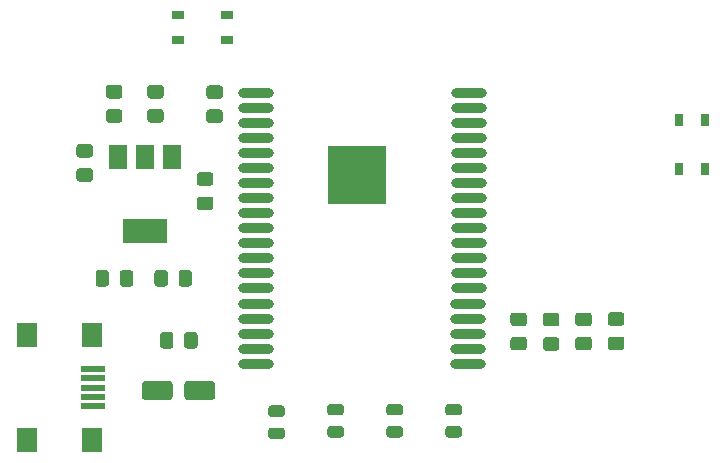
<source format=gbr>
%TF.GenerationSoftware,KiCad,Pcbnew,(5.1.6)-1*%
%TF.CreationDate,2020-10-27T09:44:08+01:00*%
%TF.ProjectId,Beacon_Listener,42656163-6f6e-45f4-9c69-7374656e6572,rev?*%
%TF.SameCoordinates,Original*%
%TF.FileFunction,Paste,Top*%
%TF.FilePolarity,Positive*%
%FSLAX46Y46*%
G04 Gerber Fmt 4.6, Leading zero omitted, Abs format (unit mm)*
G04 Created by KiCad (PCBNEW (5.1.6)-1) date 2020-10-27 09:44:08*
%MOMM*%
%LPD*%
G01*
G04 APERTURE LIST*
%ADD10R,1.700000X2.000000*%
%ADD11R,2.000000X0.500000*%
%ADD12R,1.050000X0.650000*%
%ADD13R,0.650000X1.050000*%
%ADD14R,5.000000X5.000000*%
%ADD15O,3.000000X0.900000*%
%ADD16R,1.500000X2.000000*%
%ADD17R,3.800000X2.000000*%
G04 APERTURE END LIST*
D10*
%TO.C,J4*%
X88650000Y-105950000D03*
X94100000Y-105950000D03*
X88650000Y-97050000D03*
X94100000Y-97050000D03*
D11*
X94200000Y-103100000D03*
X94200000Y-102300000D03*
X94200000Y-101500000D03*
X94200000Y-100700000D03*
X94200000Y-99900000D03*
%TD*%
D12*
%TO.C,RESET*%
X105575000Y-72075000D03*
X101425000Y-72075000D03*
X105575000Y-69925000D03*
X101425000Y-69925000D03*
%TD*%
D13*
%TO.C,CONFIG*%
X146000000Y-78850000D03*
X146000000Y-83000000D03*
X143850000Y-78850000D03*
X143850000Y-83000000D03*
%TD*%
%TO.C,C7*%
G36*
G01*
X101450000Y-92700001D02*
X101450000Y-91799999D01*
G75*
G02*
X101699999Y-91550000I249999J0D01*
G01*
X102350001Y-91550000D01*
G75*
G02*
X102600000Y-91799999I0J-249999D01*
G01*
X102600000Y-92700001D01*
G75*
G02*
X102350001Y-92950000I-249999J0D01*
G01*
X101699999Y-92950000D01*
G75*
G02*
X101450000Y-92700001I0J249999D01*
G01*
G37*
G36*
G01*
X99400000Y-92700001D02*
X99400000Y-91799999D01*
G75*
G02*
X99649999Y-91550000I249999J0D01*
G01*
X100300001Y-91550000D01*
G75*
G02*
X100550000Y-91799999I0J-249999D01*
G01*
X100550000Y-92700001D01*
G75*
G02*
X100300001Y-92950000I-249999J0D01*
G01*
X99649999Y-92950000D01*
G75*
G02*
X99400000Y-92700001I0J249999D01*
G01*
G37*
%TD*%
%TO.C,C3*%
G36*
G01*
X93049999Y-82925000D02*
X93950001Y-82925000D01*
G75*
G02*
X94200000Y-83174999I0J-249999D01*
G01*
X94200000Y-83825001D01*
G75*
G02*
X93950001Y-84075000I-249999J0D01*
G01*
X93049999Y-84075000D01*
G75*
G02*
X92800000Y-83825001I0J249999D01*
G01*
X92800000Y-83174999D01*
G75*
G02*
X93049999Y-82925000I249999J0D01*
G01*
G37*
G36*
G01*
X93049999Y-80875000D02*
X93950001Y-80875000D01*
G75*
G02*
X94200000Y-81124999I0J-249999D01*
G01*
X94200000Y-81775001D01*
G75*
G02*
X93950001Y-82025000I-249999J0D01*
G01*
X93049999Y-82025000D01*
G75*
G02*
X92800000Y-81775001I0J249999D01*
G01*
X92800000Y-81124999D01*
G75*
G02*
X93049999Y-80875000I249999J0D01*
G01*
G37*
%TD*%
%TO.C,C2*%
G36*
G01*
X95549999Y-77925000D02*
X96450001Y-77925000D01*
G75*
G02*
X96700000Y-78174999I0J-249999D01*
G01*
X96700000Y-78825001D01*
G75*
G02*
X96450001Y-79075000I-249999J0D01*
G01*
X95549999Y-79075000D01*
G75*
G02*
X95300000Y-78825001I0J249999D01*
G01*
X95300000Y-78174999D01*
G75*
G02*
X95549999Y-77925000I249999J0D01*
G01*
G37*
G36*
G01*
X95549999Y-75875000D02*
X96450001Y-75875000D01*
G75*
G02*
X96700000Y-76124999I0J-249999D01*
G01*
X96700000Y-76775001D01*
G75*
G02*
X96450001Y-77025000I-249999J0D01*
G01*
X95549999Y-77025000D01*
G75*
G02*
X95300000Y-76775001I0J249999D01*
G01*
X95300000Y-76124999D01*
G75*
G02*
X95549999Y-75875000I249999J0D01*
G01*
G37*
%TD*%
%TO.C,D4*%
G36*
G01*
X109293750Y-104887500D02*
X110206250Y-104887500D01*
G75*
G02*
X110450000Y-105131250I0J-243750D01*
G01*
X110450000Y-105618750D01*
G75*
G02*
X110206250Y-105862500I-243750J0D01*
G01*
X109293750Y-105862500D01*
G75*
G02*
X109050000Y-105618750I0J243750D01*
G01*
X109050000Y-105131250D01*
G75*
G02*
X109293750Y-104887500I243750J0D01*
G01*
G37*
G36*
G01*
X109293750Y-103012500D02*
X110206250Y-103012500D01*
G75*
G02*
X110450000Y-103256250I0J-243750D01*
G01*
X110450000Y-103743750D01*
G75*
G02*
X110206250Y-103987500I-243750J0D01*
G01*
X109293750Y-103987500D01*
G75*
G02*
X109050000Y-103743750I0J243750D01*
G01*
X109050000Y-103256250D01*
G75*
G02*
X109293750Y-103012500I243750J0D01*
G01*
G37*
%TD*%
%TO.C,D3*%
G36*
G01*
X114293750Y-104762500D02*
X115206250Y-104762500D01*
G75*
G02*
X115450000Y-105006250I0J-243750D01*
G01*
X115450000Y-105493750D01*
G75*
G02*
X115206250Y-105737500I-243750J0D01*
G01*
X114293750Y-105737500D01*
G75*
G02*
X114050000Y-105493750I0J243750D01*
G01*
X114050000Y-105006250D01*
G75*
G02*
X114293750Y-104762500I243750J0D01*
G01*
G37*
G36*
G01*
X114293750Y-102887500D02*
X115206250Y-102887500D01*
G75*
G02*
X115450000Y-103131250I0J-243750D01*
G01*
X115450000Y-103618750D01*
G75*
G02*
X115206250Y-103862500I-243750J0D01*
G01*
X114293750Y-103862500D01*
G75*
G02*
X114050000Y-103618750I0J243750D01*
G01*
X114050000Y-103131250D01*
G75*
G02*
X114293750Y-102887500I243750J0D01*
G01*
G37*
%TD*%
%TO.C,D2*%
G36*
G01*
X124293750Y-104762500D02*
X125206250Y-104762500D01*
G75*
G02*
X125450000Y-105006250I0J-243750D01*
G01*
X125450000Y-105493750D01*
G75*
G02*
X125206250Y-105737500I-243750J0D01*
G01*
X124293750Y-105737500D01*
G75*
G02*
X124050000Y-105493750I0J243750D01*
G01*
X124050000Y-105006250D01*
G75*
G02*
X124293750Y-104762500I243750J0D01*
G01*
G37*
G36*
G01*
X124293750Y-102887500D02*
X125206250Y-102887500D01*
G75*
G02*
X125450000Y-103131250I0J-243750D01*
G01*
X125450000Y-103618750D01*
G75*
G02*
X125206250Y-103862500I-243750J0D01*
G01*
X124293750Y-103862500D01*
G75*
G02*
X124050000Y-103618750I0J243750D01*
G01*
X124050000Y-103131250D01*
G75*
G02*
X124293750Y-102887500I243750J0D01*
G01*
G37*
%TD*%
%TO.C,D1*%
G36*
G01*
X119293750Y-104762500D02*
X120206250Y-104762500D01*
G75*
G02*
X120450000Y-105006250I0J-243750D01*
G01*
X120450000Y-105493750D01*
G75*
G02*
X120206250Y-105737500I-243750J0D01*
G01*
X119293750Y-105737500D01*
G75*
G02*
X119050000Y-105493750I0J243750D01*
G01*
X119050000Y-105006250D01*
G75*
G02*
X119293750Y-104762500I243750J0D01*
G01*
G37*
G36*
G01*
X119293750Y-102887500D02*
X120206250Y-102887500D01*
G75*
G02*
X120450000Y-103131250I0J-243750D01*
G01*
X120450000Y-103618750D01*
G75*
G02*
X120206250Y-103862500I-243750J0D01*
G01*
X119293750Y-103862500D01*
G75*
G02*
X119050000Y-103618750I0J243750D01*
G01*
X119050000Y-103131250D01*
G75*
G02*
X119293750Y-102887500I243750J0D01*
G01*
G37*
%TD*%
D14*
%TO.C,U1*%
X116600000Y-83500000D03*
D15*
X108000000Y-76580000D03*
X108000000Y-77850000D03*
X108000000Y-79120000D03*
X108000000Y-80390000D03*
X108000000Y-81660000D03*
X108000000Y-82930000D03*
X108000000Y-84200000D03*
X108000000Y-85470000D03*
X108000000Y-86740000D03*
X108000000Y-88010000D03*
X108000000Y-89280000D03*
X108000000Y-90550000D03*
X108000000Y-91820000D03*
X108000000Y-93090000D03*
X108000000Y-94390000D03*
X108000000Y-95660000D03*
X108000000Y-96930000D03*
X108000000Y-98200000D03*
X108000000Y-99470000D03*
X126000000Y-99470000D03*
X126000000Y-98200000D03*
X126000000Y-96930000D03*
X126000000Y-95660000D03*
X126000000Y-94390000D03*
X126030000Y-93090000D03*
X126030000Y-91820000D03*
X126030000Y-90550000D03*
X126030000Y-89280000D03*
X126030000Y-88010000D03*
X126030000Y-86740000D03*
X126030000Y-85470000D03*
X126030000Y-84200000D03*
X126030000Y-82930000D03*
X126030000Y-81660000D03*
X126030000Y-80390000D03*
X126030000Y-79120000D03*
X126030000Y-77850000D03*
X126030000Y-76580000D03*
%TD*%
%TO.C,R6*%
G36*
G01*
X96475000Y-92700001D02*
X96475000Y-91799999D01*
G75*
G02*
X96724999Y-91550000I249999J0D01*
G01*
X97375001Y-91550000D01*
G75*
G02*
X97625000Y-91799999I0J-249999D01*
G01*
X97625000Y-92700001D01*
G75*
G02*
X97375001Y-92950000I-249999J0D01*
G01*
X96724999Y-92950000D01*
G75*
G02*
X96475000Y-92700001I0J249999D01*
G01*
G37*
G36*
G01*
X94425000Y-92700001D02*
X94425000Y-91799999D01*
G75*
G02*
X94674999Y-91550000I249999J0D01*
G01*
X95325001Y-91550000D01*
G75*
G02*
X95575000Y-91799999I0J-249999D01*
G01*
X95575000Y-92700001D01*
G75*
G02*
X95325001Y-92950000I-249999J0D01*
G01*
X94674999Y-92950000D01*
G75*
G02*
X94425000Y-92700001I0J249999D01*
G01*
G37*
%TD*%
%TO.C,C6*%
G36*
G01*
X101025000Y-97049999D02*
X101025000Y-97950001D01*
G75*
G02*
X100775001Y-98200000I-249999J0D01*
G01*
X100124999Y-98200000D01*
G75*
G02*
X99875000Y-97950001I0J249999D01*
G01*
X99875000Y-97049999D01*
G75*
G02*
X100124999Y-96800000I249999J0D01*
G01*
X100775001Y-96800000D01*
G75*
G02*
X101025000Y-97049999I0J-249999D01*
G01*
G37*
G36*
G01*
X103075000Y-97049999D02*
X103075000Y-97950001D01*
G75*
G02*
X102825001Y-98200000I-249999J0D01*
G01*
X102174999Y-98200000D01*
G75*
G02*
X101925000Y-97950001I0J249999D01*
G01*
X101925000Y-97049999D01*
G75*
G02*
X102174999Y-96800000I249999J0D01*
G01*
X102825001Y-96800000D01*
G75*
G02*
X103075000Y-97049999I0J-249999D01*
G01*
G37*
%TD*%
%TO.C,C5*%
G36*
G01*
X100950000Y-101200000D02*
X100950000Y-102300000D01*
G75*
G02*
X100700000Y-102550000I-250000J0D01*
G01*
X98600000Y-102550000D01*
G75*
G02*
X98350000Y-102300000I0J250000D01*
G01*
X98350000Y-101200000D01*
G75*
G02*
X98600000Y-100950000I250000J0D01*
G01*
X100700000Y-100950000D01*
G75*
G02*
X100950000Y-101200000I0J-250000D01*
G01*
G37*
G36*
G01*
X104550000Y-101200000D02*
X104550000Y-102300000D01*
G75*
G02*
X104300000Y-102550000I-250000J0D01*
G01*
X102200000Y-102550000D01*
G75*
G02*
X101950000Y-102300000I0J250000D01*
G01*
X101950000Y-101200000D01*
G75*
G02*
X102200000Y-100950000I250000J0D01*
G01*
X104300000Y-100950000D01*
G75*
G02*
X104550000Y-101200000I0J-250000D01*
G01*
G37*
%TD*%
D16*
%TO.C,U2*%
X100900000Y-81950000D03*
X96300000Y-81950000D03*
X98600000Y-81950000D03*
D17*
X98600000Y-88250000D03*
%TD*%
%TO.C,R5*%
G36*
G01*
X99950001Y-77025000D02*
X99049999Y-77025000D01*
G75*
G02*
X98800000Y-76775001I0J249999D01*
G01*
X98800000Y-76124999D01*
G75*
G02*
X99049999Y-75875000I249999J0D01*
G01*
X99950001Y-75875000D01*
G75*
G02*
X100200000Y-76124999I0J-249999D01*
G01*
X100200000Y-76775001D01*
G75*
G02*
X99950001Y-77025000I-249999J0D01*
G01*
G37*
G36*
G01*
X99950001Y-79075000D02*
X99049999Y-79075000D01*
G75*
G02*
X98800000Y-78825001I0J249999D01*
G01*
X98800000Y-78174999D01*
G75*
G02*
X99049999Y-77925000I249999J0D01*
G01*
X99950001Y-77925000D01*
G75*
G02*
X100200000Y-78174999I0J-249999D01*
G01*
X100200000Y-78825001D01*
G75*
G02*
X99950001Y-79075000I-249999J0D01*
G01*
G37*
%TD*%
%TO.C,R4*%
G36*
G01*
X133450001Y-96325000D02*
X132549999Y-96325000D01*
G75*
G02*
X132300000Y-96075001I0J249999D01*
G01*
X132300000Y-95424999D01*
G75*
G02*
X132549999Y-95175000I249999J0D01*
G01*
X133450001Y-95175000D01*
G75*
G02*
X133700000Y-95424999I0J-249999D01*
G01*
X133700000Y-96075001D01*
G75*
G02*
X133450001Y-96325000I-249999J0D01*
G01*
G37*
G36*
G01*
X133450001Y-98375000D02*
X132549999Y-98375000D01*
G75*
G02*
X132300000Y-98125001I0J249999D01*
G01*
X132300000Y-97474999D01*
G75*
G02*
X132549999Y-97225000I249999J0D01*
G01*
X133450001Y-97225000D01*
G75*
G02*
X133700000Y-97474999I0J-249999D01*
G01*
X133700000Y-98125001D01*
G75*
G02*
X133450001Y-98375000I-249999J0D01*
G01*
G37*
%TD*%
%TO.C,R3*%
G36*
G01*
X130700001Y-96300000D02*
X129799999Y-96300000D01*
G75*
G02*
X129550000Y-96050001I0J249999D01*
G01*
X129550000Y-95399999D01*
G75*
G02*
X129799999Y-95150000I249999J0D01*
G01*
X130700001Y-95150000D01*
G75*
G02*
X130950000Y-95399999I0J-249999D01*
G01*
X130950000Y-96050001D01*
G75*
G02*
X130700001Y-96300000I-249999J0D01*
G01*
G37*
G36*
G01*
X130700001Y-98350000D02*
X129799999Y-98350000D01*
G75*
G02*
X129550000Y-98100001I0J249999D01*
G01*
X129550000Y-97449999D01*
G75*
G02*
X129799999Y-97200000I249999J0D01*
G01*
X130700001Y-97200000D01*
G75*
G02*
X130950000Y-97449999I0J-249999D01*
G01*
X130950000Y-98100001D01*
G75*
G02*
X130700001Y-98350000I-249999J0D01*
G01*
G37*
%TD*%
%TO.C,R2*%
G36*
G01*
X138950001Y-96275000D02*
X138049999Y-96275000D01*
G75*
G02*
X137800000Y-96025001I0J249999D01*
G01*
X137800000Y-95374999D01*
G75*
G02*
X138049999Y-95125000I249999J0D01*
G01*
X138950001Y-95125000D01*
G75*
G02*
X139200000Y-95374999I0J-249999D01*
G01*
X139200000Y-96025001D01*
G75*
G02*
X138950001Y-96275000I-249999J0D01*
G01*
G37*
G36*
G01*
X138950001Y-98325000D02*
X138049999Y-98325000D01*
G75*
G02*
X137800000Y-98075001I0J249999D01*
G01*
X137800000Y-97424999D01*
G75*
G02*
X138049999Y-97175000I249999J0D01*
G01*
X138950001Y-97175000D01*
G75*
G02*
X139200000Y-97424999I0J-249999D01*
G01*
X139200000Y-98075001D01*
G75*
G02*
X138950001Y-98325000I-249999J0D01*
G01*
G37*
%TD*%
%TO.C,R1*%
G36*
G01*
X136200001Y-96300000D02*
X135299999Y-96300000D01*
G75*
G02*
X135050000Y-96050001I0J249999D01*
G01*
X135050000Y-95399999D01*
G75*
G02*
X135299999Y-95150000I249999J0D01*
G01*
X136200001Y-95150000D01*
G75*
G02*
X136450000Y-95399999I0J-249999D01*
G01*
X136450000Y-96050001D01*
G75*
G02*
X136200001Y-96300000I-249999J0D01*
G01*
G37*
G36*
G01*
X136200001Y-98350000D02*
X135299999Y-98350000D01*
G75*
G02*
X135050000Y-98100001I0J249999D01*
G01*
X135050000Y-97449999D01*
G75*
G02*
X135299999Y-97200000I249999J0D01*
G01*
X136200001Y-97200000D01*
G75*
G02*
X136450000Y-97449999I0J-249999D01*
G01*
X136450000Y-98100001D01*
G75*
G02*
X136200001Y-98350000I-249999J0D01*
G01*
G37*
%TD*%
%TO.C,C4*%
G36*
G01*
X103249999Y-85325000D02*
X104150001Y-85325000D01*
G75*
G02*
X104400000Y-85574999I0J-249999D01*
G01*
X104400000Y-86225001D01*
G75*
G02*
X104150001Y-86475000I-249999J0D01*
G01*
X103249999Y-86475000D01*
G75*
G02*
X103000000Y-86225001I0J249999D01*
G01*
X103000000Y-85574999D01*
G75*
G02*
X103249999Y-85325000I249999J0D01*
G01*
G37*
G36*
G01*
X103249999Y-83275000D02*
X104150001Y-83275000D01*
G75*
G02*
X104400000Y-83524999I0J-249999D01*
G01*
X104400000Y-84175001D01*
G75*
G02*
X104150001Y-84425000I-249999J0D01*
G01*
X103249999Y-84425000D01*
G75*
G02*
X103000000Y-84175001I0J249999D01*
G01*
X103000000Y-83524999D01*
G75*
G02*
X103249999Y-83275000I249999J0D01*
G01*
G37*
%TD*%
%TO.C,C1*%
G36*
G01*
X104950001Y-77050000D02*
X104049999Y-77050000D01*
G75*
G02*
X103800000Y-76800001I0J249999D01*
G01*
X103800000Y-76149999D01*
G75*
G02*
X104049999Y-75900000I249999J0D01*
G01*
X104950001Y-75900000D01*
G75*
G02*
X105200000Y-76149999I0J-249999D01*
G01*
X105200000Y-76800001D01*
G75*
G02*
X104950001Y-77050000I-249999J0D01*
G01*
G37*
G36*
G01*
X104950001Y-79100000D02*
X104049999Y-79100000D01*
G75*
G02*
X103800000Y-78850001I0J249999D01*
G01*
X103800000Y-78199999D01*
G75*
G02*
X104049999Y-77950000I249999J0D01*
G01*
X104950001Y-77950000D01*
G75*
G02*
X105200000Y-78199999I0J-249999D01*
G01*
X105200000Y-78850001D01*
G75*
G02*
X104950001Y-79100000I-249999J0D01*
G01*
G37*
%TD*%
M02*

</source>
